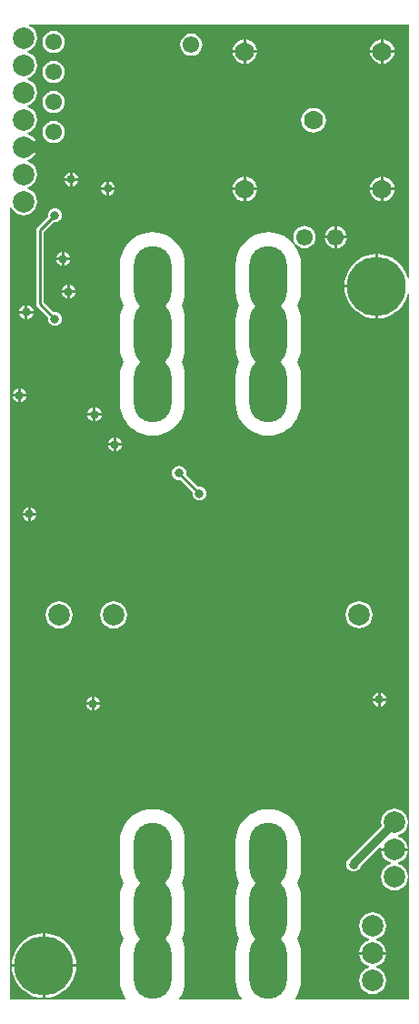
<source format=gbl>
G04*
G04 #@! TF.GenerationSoftware,Altium Limited,Altium Designer,19.1.9 (167)*
G04*
G04 Layer_Physical_Order=2*
G04 Layer_Color=16711680*
%FSLAX25Y25*%
%MOIN*%
G70*
G01*
G75*
%ADD53C,0.00900*%
%ADD54C,0.03000*%
%ADD56C,0.07874*%
%ADD57C,0.06102*%
%ADD58O,0.13780X0.23622*%
%ADD59C,0.21654*%
%ADD60C,0.07000*%
%ADD61C,0.03150*%
%ADD62C,0.03937*%
G36*
X246500Y371820D02*
X246000Y371761D01*
X245783Y372666D01*
X245070Y374386D01*
X244098Y375973D01*
X242889Y377389D01*
X241473Y378598D01*
X239886Y379570D01*
X238166Y380283D01*
X236356Y380717D01*
X235000Y380824D01*
Y369000D01*
Y357176D01*
X236356Y357283D01*
X238166Y357717D01*
X239886Y358430D01*
X241473Y359402D01*
X242889Y360611D01*
X244098Y362027D01*
X245070Y363614D01*
X245783Y365334D01*
X246000Y366239D01*
X246500Y366180D01*
Y107500D01*
X204936D01*
X204656Y108000D01*
X205386Y109192D01*
X206103Y110921D01*
X206540Y112741D01*
X206686Y114606D01*
Y124449D01*
X206540Y126314D01*
X206103Y128134D01*
X205428Y129764D01*
X206103Y131393D01*
X206540Y133213D01*
X206686Y135079D01*
Y144921D01*
X206540Y146787D01*
X206103Y148607D01*
X205420Y150256D01*
X206103Y151905D01*
X206540Y153725D01*
X206686Y155591D01*
Y165433D01*
X206540Y167299D01*
X206103Y169119D01*
X205386Y170848D01*
X204409Y172443D01*
X203193Y173866D01*
X201770Y175082D01*
X200174Y176060D01*
X198445Y176776D01*
X196626Y177213D01*
X194760Y177360D01*
X192894Y177213D01*
X191074Y176776D01*
X189345Y176060D01*
X187750Y175082D01*
X186327Y173866D01*
X185111Y172443D01*
X184133Y170848D01*
X183417Y169119D01*
X182980Y167299D01*
X182833Y165433D01*
Y155591D01*
X182980Y153725D01*
X183417Y151905D01*
X184100Y150256D01*
X183417Y148607D01*
X182980Y146787D01*
X182833Y144921D01*
Y135079D01*
X182980Y133213D01*
X183417Y131393D01*
X184092Y129764D01*
X183417Y128134D01*
X182980Y126314D01*
X182833Y124449D01*
Y114606D01*
X182980Y112741D01*
X183417Y110921D01*
X184133Y109192D01*
X184863Y108000D01*
X184583Y107500D01*
X162417D01*
X162136Y108000D01*
X162867Y109192D01*
X163583Y110921D01*
X164020Y112741D01*
X164167Y114606D01*
Y124449D01*
X164020Y126314D01*
X163583Y128134D01*
X162908Y129764D01*
X163583Y131393D01*
X164020Y133213D01*
X164167Y135079D01*
Y144921D01*
X164020Y146787D01*
X163583Y148607D01*
X162900Y150256D01*
X163583Y151905D01*
X164020Y153725D01*
X164167Y155591D01*
Y165433D01*
X164020Y167299D01*
X163583Y169119D01*
X162867Y170848D01*
X161889Y172443D01*
X160673Y173866D01*
X159250Y175082D01*
X157655Y176060D01*
X155926Y176776D01*
X154106Y177213D01*
X152240Y177360D01*
X150374Y177213D01*
X148555Y176776D01*
X146826Y176060D01*
X145230Y175082D01*
X143807Y173866D01*
X142591Y172443D01*
X141613Y170848D01*
X140897Y169119D01*
X140461Y167299D01*
X140314Y165433D01*
Y155591D01*
X140461Y153725D01*
X140897Y151905D01*
X141580Y150256D01*
X140897Y148607D01*
X140461Y146787D01*
X140314Y144921D01*
Y135079D01*
X140461Y133213D01*
X140897Y131393D01*
X141572Y129764D01*
X140897Y128134D01*
X140461Y126314D01*
X140314Y124449D01*
Y114606D01*
X140461Y112741D01*
X140897Y110921D01*
X141613Y109192D01*
X142344Y108000D01*
X142064Y107500D01*
X100000D01*
Y397864D01*
X100500Y397963D01*
X100688Y397510D01*
X101479Y396479D01*
X102510Y395688D01*
X103711Y395190D01*
X105000Y395020D01*
X106289Y395190D01*
X107490Y395688D01*
X108521Y396479D01*
X109312Y397510D01*
X109810Y398711D01*
X109980Y400000D01*
X109810Y401289D01*
X109312Y402490D01*
X108521Y403521D01*
X107490Y404313D01*
X106483Y404729D01*
Y405271D01*
X107490Y405688D01*
X108521Y406479D01*
X109312Y407510D01*
X109810Y408711D01*
X109980Y410000D01*
X109810Y411289D01*
X109312Y412490D01*
X108521Y413521D01*
X107490Y414313D01*
X106483Y414729D01*
Y415271D01*
X107490Y415688D01*
X108521Y416479D01*
X109312Y417510D01*
X109493Y417945D01*
X109248Y417906D01*
X108938Y417835D01*
X108656Y417748D01*
X108402Y417646D01*
X108177Y417528D01*
X107980Y417394D01*
X107812Y417244D01*
Y419500D01*
X105000D01*
Y420500D01*
X107812D01*
Y422756D01*
X107980Y422606D01*
X108177Y422472D01*
X108402Y422354D01*
X108656Y422252D01*
X108938Y422165D01*
X109248Y422094D01*
X109493Y422055D01*
X109312Y422490D01*
X108521Y423521D01*
X107490Y424312D01*
X106483Y424729D01*
Y425271D01*
X107490Y425688D01*
X108521Y426479D01*
X109312Y427510D01*
X109810Y428711D01*
X109980Y430000D01*
X109810Y431289D01*
X109312Y432490D01*
X108521Y433521D01*
X107490Y434312D01*
X106483Y434729D01*
Y435271D01*
X107490Y435687D01*
X108521Y436479D01*
X109312Y437510D01*
X109810Y438711D01*
X109980Y440000D01*
X109810Y441289D01*
X109312Y442490D01*
X108521Y443521D01*
X107490Y444312D01*
X106483Y444729D01*
Y445271D01*
X107490Y445687D01*
X108521Y446479D01*
X109312Y447510D01*
X109810Y448711D01*
X109980Y450000D01*
X109810Y451289D01*
X109312Y452490D01*
X108521Y453521D01*
X107490Y454313D01*
X106483Y454729D01*
Y455271D01*
X107490Y455688D01*
X108521Y456479D01*
X109312Y457510D01*
X109810Y458711D01*
X109980Y460000D01*
X109810Y461289D01*
X109312Y462490D01*
X108521Y463521D01*
X107490Y464313D01*
X107037Y464500D01*
X107136Y465000D01*
X246500D01*
Y371820D01*
D02*
G37*
%LPC*%
G36*
X237000Y459473D02*
Y455500D01*
X240973D01*
X240884Y456175D01*
X240431Y457269D01*
X239709Y458209D01*
X238769Y458931D01*
X237675Y459384D01*
X237000Y459473D01*
D02*
G37*
G36*
X186600D02*
Y455500D01*
X190573D01*
X190484Y456175D01*
X190031Y457269D01*
X189309Y458209D01*
X188369Y458931D01*
X187275Y459384D01*
X186600Y459473D01*
D02*
G37*
G36*
X236000D02*
X235325Y459384D01*
X234231Y458931D01*
X233291Y458209D01*
X232569Y457269D01*
X232116Y456175D01*
X232027Y455500D01*
X236000D01*
Y459473D01*
D02*
G37*
G36*
X185600D02*
X184925Y459384D01*
X183831Y458931D01*
X182891Y458209D01*
X182169Y457269D01*
X181716Y456175D01*
X181627Y455500D01*
X185600D01*
Y459473D01*
D02*
G37*
G36*
X116000Y462586D02*
X114942Y462447D01*
X113957Y462039D01*
X113111Y461389D01*
X112461Y460543D01*
X112053Y459558D01*
X111914Y458500D01*
X112053Y457442D01*
X112461Y456457D01*
X113111Y455611D01*
X113957Y454961D01*
X114942Y454553D01*
X116000Y454414D01*
X117058Y454553D01*
X118043Y454961D01*
X118889Y455611D01*
X119539Y456457D01*
X119947Y457442D01*
X120086Y458500D01*
X119947Y459558D01*
X119539Y460543D01*
X118889Y461389D01*
X118043Y462039D01*
X117058Y462447D01*
X116000Y462586D01*
D02*
G37*
G36*
X166500Y461586D02*
X165442Y461447D01*
X164457Y461039D01*
X163611Y460389D01*
X162961Y459543D01*
X162553Y458558D01*
X162414Y457500D01*
X162553Y456442D01*
X162961Y455457D01*
X163611Y454611D01*
X164457Y453961D01*
X165442Y453553D01*
X166500Y453414D01*
X167558Y453553D01*
X168543Y453961D01*
X169389Y454611D01*
X170039Y455457D01*
X170447Y456442D01*
X170586Y457500D01*
X170447Y458558D01*
X170039Y459543D01*
X169389Y460389D01*
X168543Y461039D01*
X167558Y461447D01*
X166500Y461586D01*
D02*
G37*
G36*
X240973Y454500D02*
X237000D01*
Y450527D01*
X237675Y450616D01*
X238769Y451069D01*
X239709Y451791D01*
X240431Y452731D01*
X240884Y453825D01*
X240973Y454500D01*
D02*
G37*
G36*
X190573D02*
X186600D01*
Y450527D01*
X187275Y450616D01*
X188369Y451069D01*
X189309Y451791D01*
X190031Y452731D01*
X190484Y453825D01*
X190573Y454500D01*
D02*
G37*
G36*
X236000D02*
X232027D01*
X232116Y453825D01*
X232569Y452731D01*
X233291Y451791D01*
X234231Y451069D01*
X235325Y450616D01*
X236000Y450527D01*
Y454500D01*
D02*
G37*
G36*
X185600D02*
X181627D01*
X181716Y453825D01*
X182169Y452731D01*
X182891Y451791D01*
X183831Y451069D01*
X184925Y450616D01*
X185600Y450527D01*
Y454500D01*
D02*
G37*
G36*
X116000Y451586D02*
X114942Y451447D01*
X113957Y451039D01*
X113111Y450389D01*
X112461Y449543D01*
X112053Y448558D01*
X111914Y447500D01*
X112053Y446442D01*
X112461Y445457D01*
X113111Y444611D01*
X113957Y443961D01*
X114942Y443553D01*
X116000Y443414D01*
X117058Y443553D01*
X118043Y443961D01*
X118889Y444611D01*
X119539Y445457D01*
X119947Y446442D01*
X120086Y447500D01*
X119947Y448558D01*
X119539Y449543D01*
X118889Y450389D01*
X118043Y451039D01*
X117058Y451447D01*
X116000Y451586D01*
D02*
G37*
G36*
Y440586D02*
X114942Y440447D01*
X113957Y440039D01*
X113111Y439389D01*
X112461Y438543D01*
X112053Y437558D01*
X111914Y436500D01*
X112053Y435442D01*
X112461Y434457D01*
X113111Y433611D01*
X113957Y432961D01*
X114942Y432553D01*
X116000Y432414D01*
X117058Y432553D01*
X118043Y432961D01*
X118889Y433611D01*
X119539Y434457D01*
X119947Y435442D01*
X120086Y436500D01*
X119947Y437558D01*
X119539Y438543D01*
X118889Y439389D01*
X118043Y440039D01*
X117058Y440447D01*
X116000Y440586D01*
D02*
G37*
G36*
X211300Y434339D02*
X210125Y434184D01*
X209031Y433731D01*
X208091Y433009D01*
X207369Y432069D01*
X206916Y430975D01*
X206761Y429800D01*
X206916Y428625D01*
X207369Y427531D01*
X208091Y426591D01*
X209031Y425869D01*
X210125Y425416D01*
X211300Y425261D01*
X212475Y425416D01*
X213569Y425869D01*
X214509Y426591D01*
X215231Y427531D01*
X215684Y428625D01*
X215839Y429800D01*
X215684Y430975D01*
X215231Y432069D01*
X214509Y433009D01*
X213569Y433731D01*
X212475Y434184D01*
X211300Y434339D01*
D02*
G37*
G36*
X116000Y429586D02*
X114942Y429447D01*
X113957Y429039D01*
X113111Y428389D01*
X112461Y427543D01*
X112053Y426558D01*
X111914Y425500D01*
X112053Y424442D01*
X112461Y423457D01*
X113111Y422611D01*
X113957Y421961D01*
X114942Y421553D01*
X116000Y421414D01*
X117058Y421553D01*
X118043Y421961D01*
X118889Y422611D01*
X119539Y423457D01*
X119947Y424442D01*
X120086Y425500D01*
X119947Y426558D01*
X119539Y427543D01*
X118889Y428389D01*
X118043Y429039D01*
X117058Y429447D01*
X116000Y429586D01*
D02*
G37*
G36*
X123000Y410703D02*
Y408671D01*
X125031D01*
X125008Y408843D01*
X124749Y409470D01*
X124336Y410008D01*
X123799Y410420D01*
X123172Y410680D01*
X123000Y410703D01*
D02*
G37*
G36*
X122000D02*
X121828Y410680D01*
X121202Y410420D01*
X120664Y410008D01*
X120251Y409470D01*
X119992Y408843D01*
X119969Y408671D01*
X122000D01*
Y410703D01*
D02*
G37*
G36*
X125031Y407671D02*
X123000D01*
Y405640D01*
X123172Y405663D01*
X123799Y405922D01*
X124336Y406335D01*
X124749Y406873D01*
X125008Y407499D01*
X125031Y407671D01*
D02*
G37*
G36*
X122000D02*
X119969D01*
X119992Y407499D01*
X120251Y406873D01*
X120664Y406335D01*
X121202Y405922D01*
X121828Y405663D01*
X122000Y405640D01*
Y407671D01*
D02*
G37*
G36*
X136374Y407405D02*
Y405374D01*
X138405D01*
X138382Y405546D01*
X138123Y406173D01*
X137710Y406710D01*
X137172Y407123D01*
X136546Y407382D01*
X136374Y407405D01*
D02*
G37*
G36*
X135374D02*
X135202Y407382D01*
X134575Y407123D01*
X134038Y406710D01*
X133625Y406173D01*
X133365Y405546D01*
X133343Y405374D01*
X135374D01*
Y407405D01*
D02*
G37*
G36*
X237000Y409073D02*
Y405100D01*
X240973D01*
X240884Y405775D01*
X240431Y406869D01*
X239709Y407809D01*
X238769Y408531D01*
X237675Y408984D01*
X237000Y409073D01*
D02*
G37*
G36*
X186600D02*
Y405100D01*
X190573D01*
X190484Y405775D01*
X190031Y406869D01*
X189309Y407809D01*
X188369Y408531D01*
X187275Y408984D01*
X186600Y409073D01*
D02*
G37*
G36*
X236000D02*
X235325Y408984D01*
X234231Y408531D01*
X233291Y407809D01*
X232569Y406869D01*
X232116Y405775D01*
X232027Y405100D01*
X236000D01*
Y409073D01*
D02*
G37*
G36*
X185600D02*
X184925Y408984D01*
X183831Y408531D01*
X182891Y407809D01*
X182169Y406869D01*
X181716Y405775D01*
X181627Y405100D01*
X185600D01*
Y409073D01*
D02*
G37*
G36*
X138405Y404374D02*
X136374D01*
Y402343D01*
X136546Y402365D01*
X137172Y402625D01*
X137710Y403038D01*
X138123Y403576D01*
X138382Y404202D01*
X138405Y404374D01*
D02*
G37*
G36*
X135374D02*
X133343D01*
X133365Y404202D01*
X133625Y403576D01*
X134038Y403038D01*
X134575Y402625D01*
X135202Y402365D01*
X135374Y402343D01*
Y404374D01*
D02*
G37*
G36*
X240973Y404100D02*
X237000D01*
Y400127D01*
X237675Y400216D01*
X238769Y400669D01*
X239709Y401391D01*
X240431Y402331D01*
X240884Y403425D01*
X240973Y404100D01*
D02*
G37*
G36*
X190573D02*
X186600D01*
Y400127D01*
X187275Y400216D01*
X188369Y400669D01*
X189309Y401391D01*
X190031Y402331D01*
X190484Y403425D01*
X190573Y404100D01*
D02*
G37*
G36*
X236000D02*
X232027D01*
X232116Y403425D01*
X232569Y402331D01*
X233291Y401391D01*
X234231Y400669D01*
X235325Y400216D01*
X236000Y400127D01*
Y404100D01*
D02*
G37*
G36*
X185600D02*
X181627D01*
X181716Y403425D01*
X182169Y402331D01*
X182891Y401391D01*
X183831Y400669D01*
X184925Y400216D01*
X185600Y400127D01*
Y404100D01*
D02*
G37*
G36*
X116500Y397597D02*
X115828Y397509D01*
X115201Y397249D01*
X114664Y396836D01*
X114251Y396299D01*
X113991Y395672D01*
X113903Y395000D01*
X113962Y394553D01*
X109955Y390545D01*
X109634Y390066D01*
X109522Y389500D01*
Y362500D01*
X109634Y361934D01*
X109955Y361455D01*
X113962Y357447D01*
X113903Y357000D01*
X113991Y356328D01*
X114251Y355701D01*
X114664Y355164D01*
X115201Y354751D01*
X115828Y354491D01*
X116500Y354403D01*
X117172Y354491D01*
X117798Y354751D01*
X118336Y355164D01*
X118749Y355701D01*
X119009Y356328D01*
X119097Y357000D01*
X119009Y357672D01*
X118749Y358298D01*
X118336Y358836D01*
X117798Y359249D01*
X117172Y359508D01*
X116500Y359597D01*
X116053Y359538D01*
X112478Y363112D01*
Y388888D01*
X116053Y392462D01*
X116500Y392403D01*
X117172Y392492D01*
X117798Y392751D01*
X118336Y393164D01*
X118749Y393702D01*
X119009Y394328D01*
X119097Y395000D01*
X119009Y395672D01*
X118749Y396299D01*
X118336Y396836D01*
X117798Y397249D01*
X117172Y397509D01*
X116500Y397597D01*
D02*
G37*
G36*
X220000Y391020D02*
Y387500D01*
X223520D01*
X223447Y388058D01*
X223039Y389043D01*
X222389Y389889D01*
X221543Y390539D01*
X220558Y390947D01*
X220000Y391020D01*
D02*
G37*
G36*
X219000D02*
X218442Y390947D01*
X217457Y390539D01*
X216611Y389889D01*
X215961Y389043D01*
X215553Y388058D01*
X215480Y387500D01*
X219000D01*
Y391020D01*
D02*
G37*
G36*
X223520Y386500D02*
X220000D01*
Y382980D01*
X220558Y383053D01*
X221543Y383461D01*
X222389Y384111D01*
X223039Y384957D01*
X223447Y385942D01*
X223520Y386500D01*
D02*
G37*
G36*
X219000D02*
X215480D01*
X215553Y385942D01*
X215961Y384957D01*
X216611Y384111D01*
X217457Y383461D01*
X218442Y383053D01*
X219000Y382980D01*
Y386500D01*
D02*
G37*
G36*
X208000Y391086D02*
X206942Y390947D01*
X205957Y390539D01*
X205111Y389889D01*
X204461Y389043D01*
X204053Y388058D01*
X203914Y387000D01*
X204053Y385942D01*
X204461Y384957D01*
X205111Y384111D01*
X205957Y383461D01*
X206942Y383053D01*
X208000Y382914D01*
X209058Y383053D01*
X210043Y383461D01*
X210889Y384111D01*
X211539Y384957D01*
X211947Y385942D01*
X212086Y387000D01*
X211947Y388058D01*
X211539Y389043D01*
X210889Y389889D01*
X210043Y390539D01*
X209058Y390947D01*
X208000Y391086D01*
D02*
G37*
G36*
X120000Y381531D02*
Y379500D01*
X122031D01*
X122009Y379672D01*
X121749Y380298D01*
X121336Y380836D01*
X120799Y381249D01*
X120172Y381508D01*
X120000Y381531D01*
D02*
G37*
G36*
X119000D02*
X118828Y381508D01*
X118201Y381249D01*
X117664Y380836D01*
X117251Y380298D01*
X116991Y379672D01*
X116969Y379500D01*
X119000D01*
Y381531D01*
D02*
G37*
G36*
X122031Y378500D02*
X120000D01*
Y376469D01*
X120172Y376491D01*
X120799Y376751D01*
X121336Y377164D01*
X121749Y377701D01*
X122009Y378328D01*
X122031Y378500D01*
D02*
G37*
G36*
X119000D02*
X116969D01*
X116991Y378328D01*
X117251Y377701D01*
X117664Y377164D01*
X118201Y376751D01*
X118828Y376491D01*
X119000Y376469D01*
Y378500D01*
D02*
G37*
G36*
X234000Y380824D02*
X232644Y380717D01*
X230834Y380283D01*
X229114Y379570D01*
X227527Y378598D01*
X226111Y377389D01*
X224902Y375973D01*
X223930Y374386D01*
X223217Y372666D01*
X222783Y370856D01*
X222676Y369500D01*
X234000D01*
Y380824D01*
D02*
G37*
G36*
X122000Y369531D02*
Y367500D01*
X124031D01*
X124009Y367672D01*
X123749Y368299D01*
X123336Y368836D01*
X122799Y369249D01*
X122172Y369509D01*
X122000Y369531D01*
D02*
G37*
G36*
X121000D02*
X120828Y369509D01*
X120202Y369249D01*
X119664Y368836D01*
X119251Y368299D01*
X118991Y367672D01*
X118969Y367500D01*
X121000D01*
Y369531D01*
D02*
G37*
G36*
X124031Y366500D02*
X122000D01*
Y364469D01*
X122172Y364492D01*
X122799Y364751D01*
X123336Y365164D01*
X123749Y365702D01*
X124009Y366328D01*
X124031Y366500D01*
D02*
G37*
G36*
X121000D02*
X118969D01*
X118991Y366328D01*
X119251Y365702D01*
X119664Y365164D01*
X120202Y364751D01*
X120828Y364492D01*
X121000Y364469D01*
Y366500D01*
D02*
G37*
G36*
X106500Y362031D02*
Y360000D01*
X108531D01*
X108509Y360172D01*
X108249Y360799D01*
X107836Y361336D01*
X107299Y361749D01*
X106672Y362009D01*
X106500Y362031D01*
D02*
G37*
G36*
X105500D02*
X105328Y362009D01*
X104701Y361749D01*
X104164Y361336D01*
X103751Y360799D01*
X103491Y360172D01*
X103469Y360000D01*
X105500D01*
Y362031D01*
D02*
G37*
G36*
X234000Y368500D02*
X222676D01*
X222783Y367144D01*
X223217Y365334D01*
X223930Y363614D01*
X224902Y362027D01*
X226111Y360611D01*
X227527Y359402D01*
X229114Y358430D01*
X230834Y357717D01*
X232644Y357283D01*
X234000Y357176D01*
Y368500D01*
D02*
G37*
G36*
X108531Y359000D02*
X106500D01*
Y356969D01*
X106672Y356992D01*
X107299Y357251D01*
X107836Y357664D01*
X108249Y358202D01*
X108509Y358828D01*
X108531Y359000D01*
D02*
G37*
G36*
X105500D02*
X103469D01*
X103491Y358828D01*
X103751Y358202D01*
X104164Y357664D01*
X104701Y357251D01*
X105328Y356992D01*
X105500Y356969D01*
Y359000D01*
D02*
G37*
G36*
X104000Y331531D02*
Y329500D01*
X106031D01*
X106009Y329672D01*
X105749Y330298D01*
X105336Y330836D01*
X104798Y331249D01*
X104172Y331508D01*
X104000Y331531D01*
D02*
G37*
G36*
X103000D02*
X102828Y331508D01*
X102201Y331249D01*
X101664Y330836D01*
X101251Y330298D01*
X100991Y329672D01*
X100969Y329500D01*
X103000D01*
Y331531D01*
D02*
G37*
G36*
X106031Y328500D02*
X104000D01*
Y326469D01*
X104172Y326491D01*
X104798Y326751D01*
X105336Y327164D01*
X105749Y327701D01*
X106009Y328328D01*
X106031Y328500D01*
D02*
G37*
G36*
X103000D02*
X100969D01*
X100991Y328328D01*
X101251Y327701D01*
X101664Y327164D01*
X102201Y326751D01*
X102828Y326491D01*
X103000Y326469D01*
Y328500D01*
D02*
G37*
G36*
X131500Y324531D02*
Y322500D01*
X133531D01*
X133509Y322672D01*
X133249Y323299D01*
X132836Y323836D01*
X132299Y324249D01*
X131672Y324509D01*
X131500Y324531D01*
D02*
G37*
G36*
X130500D02*
X130328Y324509D01*
X129701Y324249D01*
X129164Y323836D01*
X128751Y323299D01*
X128491Y322672D01*
X128469Y322500D01*
X130500D01*
Y324531D01*
D02*
G37*
G36*
X133531Y321500D02*
X131500D01*
Y319469D01*
X131672Y319492D01*
X132299Y319751D01*
X132836Y320164D01*
X133249Y320702D01*
X133509Y321328D01*
X133531Y321500D01*
D02*
G37*
G36*
X130500D02*
X128469D01*
X128491Y321328D01*
X128751Y320702D01*
X129164Y320164D01*
X129701Y319751D01*
X130328Y319492D01*
X130500Y319469D01*
Y321500D01*
D02*
G37*
G36*
X194760Y388860D02*
X192894Y388713D01*
X191074Y388276D01*
X189345Y387560D01*
X187750Y386582D01*
X186327Y385366D01*
X185111Y383943D01*
X184133Y382348D01*
X183417Y380619D01*
X182980Y378799D01*
X182833Y376933D01*
Y367091D01*
X182980Y365225D01*
X183417Y363405D01*
X184100Y361756D01*
X183417Y360107D01*
X182980Y358287D01*
X182833Y356421D01*
Y346579D01*
X182980Y344713D01*
X183417Y342893D01*
X184092Y341264D01*
X183417Y339634D01*
X182980Y337814D01*
X182833Y335949D01*
Y326106D01*
X182980Y324241D01*
X183417Y322421D01*
X184133Y320692D01*
X185111Y319096D01*
X186327Y317673D01*
X187750Y316458D01*
X189345Y315480D01*
X191074Y314763D01*
X192894Y314327D01*
X194760Y314180D01*
X196626Y314327D01*
X198445Y314763D01*
X200174Y315480D01*
X201770Y316458D01*
X203193Y317673D01*
X204409Y319096D01*
X205386Y320692D01*
X206103Y322421D01*
X206540Y324241D01*
X206686Y326106D01*
Y335949D01*
X206540Y337814D01*
X206103Y339634D01*
X205428Y341264D01*
X206103Y342893D01*
X206540Y344713D01*
X206686Y346579D01*
Y356421D01*
X206540Y358287D01*
X206103Y360107D01*
X205420Y361756D01*
X206103Y363405D01*
X206540Y365225D01*
X206686Y367091D01*
Y376933D01*
X206540Y378799D01*
X206103Y380619D01*
X205386Y382348D01*
X204409Y383943D01*
X203193Y385366D01*
X201770Y386582D01*
X200174Y387560D01*
X198445Y388276D01*
X196626Y388713D01*
X194760Y388860D01*
D02*
G37*
G36*
X152240D02*
X150374Y388713D01*
X148555Y388276D01*
X146826Y387560D01*
X145230Y386582D01*
X143807Y385366D01*
X142591Y383943D01*
X141613Y382348D01*
X140897Y380619D01*
X140461Y378799D01*
X140314Y376933D01*
Y367091D01*
X140461Y365225D01*
X140897Y363405D01*
X141580Y361756D01*
X140897Y360107D01*
X140461Y358287D01*
X140314Y356421D01*
Y346579D01*
X140461Y344713D01*
X140897Y342893D01*
X141572Y341264D01*
X140897Y339634D01*
X140461Y337814D01*
X140314Y335949D01*
Y326106D01*
X140461Y324241D01*
X140897Y322421D01*
X141613Y320692D01*
X142591Y319096D01*
X143807Y317673D01*
X145230Y316458D01*
X146826Y315480D01*
X148555Y314763D01*
X150374Y314327D01*
X152240Y314180D01*
X154106Y314327D01*
X155926Y314763D01*
X157655Y315480D01*
X159250Y316458D01*
X160673Y317673D01*
X161889Y319096D01*
X162867Y320692D01*
X163583Y322421D01*
X164020Y324241D01*
X164167Y326106D01*
Y335949D01*
X164020Y337814D01*
X163583Y339634D01*
X162908Y341264D01*
X163583Y342893D01*
X164020Y344713D01*
X164167Y346579D01*
Y356421D01*
X164020Y358287D01*
X163583Y360107D01*
X162900Y361756D01*
X163583Y363405D01*
X164020Y365225D01*
X164167Y367091D01*
Y376933D01*
X164020Y378799D01*
X163583Y380619D01*
X162867Y382348D01*
X161889Y383943D01*
X160673Y385366D01*
X159250Y386582D01*
X157655Y387560D01*
X155926Y388276D01*
X154106Y388713D01*
X152240Y388860D01*
D02*
G37*
G36*
X139000Y313531D02*
Y311500D01*
X141031D01*
X141008Y311672D01*
X140749Y312298D01*
X140336Y312836D01*
X139798Y313249D01*
X139172Y313509D01*
X139000Y313531D01*
D02*
G37*
G36*
X138000D02*
X137828Y313509D01*
X137201Y313249D01*
X136664Y312836D01*
X136251Y312298D01*
X135992Y311672D01*
X135969Y311500D01*
X138000D01*
Y313531D01*
D02*
G37*
G36*
X141031Y310500D02*
X139000D01*
Y308469D01*
X139172Y308491D01*
X139798Y308751D01*
X140336Y309164D01*
X140749Y309701D01*
X141008Y310328D01*
X141031Y310500D01*
D02*
G37*
G36*
X138000D02*
X135969D01*
X135992Y310328D01*
X136251Y309701D01*
X136664Y309164D01*
X137201Y308751D01*
X137828Y308491D01*
X138000Y308469D01*
Y310500D01*
D02*
G37*
G36*
X162000Y303097D02*
X161328Y303009D01*
X160702Y302749D01*
X160164Y302336D01*
X159751Y301799D01*
X159492Y301172D01*
X159403Y300500D01*
X159492Y299828D01*
X159751Y299201D01*
X160164Y298664D01*
X160702Y298251D01*
X161328Y297991D01*
X162000Y297903D01*
X162447Y297962D01*
X166962Y293447D01*
X166903Y293000D01*
X166991Y292328D01*
X167251Y291702D01*
X167664Y291164D01*
X168201Y290751D01*
X168828Y290492D01*
X169500Y290403D01*
X170172Y290492D01*
X170799Y290751D01*
X171336Y291164D01*
X171749Y291702D01*
X172009Y292328D01*
X172097Y293000D01*
X172009Y293672D01*
X171749Y294299D01*
X171336Y294836D01*
X170799Y295249D01*
X170172Y295509D01*
X169500Y295597D01*
X169053Y295538D01*
X164538Y300053D01*
X164597Y300500D01*
X164508Y301172D01*
X164249Y301799D01*
X163836Y302336D01*
X163298Y302749D01*
X162672Y303009D01*
X162000Y303097D01*
D02*
G37*
G36*
X107595Y287937D02*
Y285906D01*
X109626D01*
X109603Y286078D01*
X109344Y286704D01*
X108931Y287242D01*
X108393Y287655D01*
X107767Y287914D01*
X107595Y287937D01*
D02*
G37*
G36*
X106595D02*
X106422Y287914D01*
X105796Y287655D01*
X105258Y287242D01*
X104845Y286704D01*
X104586Y286078D01*
X104563Y285906D01*
X106595D01*
Y287937D01*
D02*
G37*
G36*
X109626Y284906D02*
X107595D01*
Y282874D01*
X107767Y282897D01*
X108393Y283156D01*
X108931Y283569D01*
X109344Y284107D01*
X109603Y284733D01*
X109626Y284906D01*
D02*
G37*
G36*
X106595D02*
X104563D01*
X104586Y284733D01*
X104845Y284107D01*
X105258Y283569D01*
X105796Y283156D01*
X106422Y282897D01*
X106595Y282874D01*
Y284906D01*
D02*
G37*
G36*
X228000Y253519D02*
X226711Y253349D01*
X225510Y252852D01*
X224479Y252061D01*
X223688Y251029D01*
X223190Y249828D01*
X223020Y248539D01*
X223190Y247251D01*
X223688Y246050D01*
X224479Y245018D01*
X225510Y244227D01*
X226711Y243729D01*
X228000Y243560D01*
X229289Y243729D01*
X230490Y244227D01*
X231521Y245018D01*
X232312Y246050D01*
X232810Y247251D01*
X232980Y248539D01*
X232810Y249828D01*
X232312Y251029D01*
X231521Y252061D01*
X230490Y252852D01*
X229289Y253349D01*
X228000Y253519D01*
D02*
G37*
G36*
X138000Y253480D02*
X136711Y253310D01*
X135510Y252813D01*
X134479Y252021D01*
X133687Y250990D01*
X133190Y249789D01*
X133020Y248500D01*
X133190Y247211D01*
X133687Y246010D01*
X134479Y244979D01*
X135510Y244187D01*
X136711Y243690D01*
X138000Y243520D01*
X139289Y243690D01*
X140490Y244187D01*
X141521Y244979D01*
X142313Y246010D01*
X142810Y247211D01*
X142980Y248500D01*
X142810Y249789D01*
X142313Y250990D01*
X141521Y252021D01*
X140490Y252813D01*
X139289Y253310D01*
X138000Y253480D01*
D02*
G37*
G36*
X118000D02*
X116711Y253310D01*
X115510Y252813D01*
X114479Y252021D01*
X113688Y250990D01*
X113190Y249789D01*
X113020Y248500D01*
X113190Y247211D01*
X113688Y246010D01*
X114479Y244979D01*
X115510Y244187D01*
X116711Y243690D01*
X118000Y243520D01*
X119289Y243690D01*
X120490Y244187D01*
X121521Y244979D01*
X122312Y246010D01*
X122810Y247211D01*
X122980Y248500D01*
X122810Y249789D01*
X122312Y250990D01*
X121521Y252021D01*
X120490Y252813D01*
X119289Y253310D01*
X118000Y253480D01*
D02*
G37*
G36*
X236000Y220031D02*
Y218000D01*
X238031D01*
X238008Y218172D01*
X237749Y218798D01*
X237336Y219336D01*
X236799Y219749D01*
X236172Y220008D01*
X236000Y220031D01*
D02*
G37*
G36*
X235000D02*
X234828Y220008D01*
X234202Y219749D01*
X233664Y219336D01*
X233251Y218798D01*
X232992Y218172D01*
X232969Y218000D01*
X235000D01*
Y220031D01*
D02*
G37*
G36*
X131000Y218531D02*
Y216500D01*
X133031D01*
X133009Y216672D01*
X132749Y217299D01*
X132336Y217836D01*
X131799Y218249D01*
X131172Y218509D01*
X131000Y218531D01*
D02*
G37*
G36*
X130000D02*
X129828Y218509D01*
X129201Y218249D01*
X128664Y217836D01*
X128251Y217299D01*
X127991Y216672D01*
X127969Y216500D01*
X130000D01*
Y218531D01*
D02*
G37*
G36*
X238031Y217000D02*
X236000D01*
Y214969D01*
X236172Y214991D01*
X236799Y215251D01*
X237336Y215664D01*
X237749Y216201D01*
X238008Y216828D01*
X238031Y217000D01*
D02*
G37*
G36*
X235000D02*
X232969D01*
X232992Y216828D01*
X233251Y216201D01*
X233664Y215664D01*
X234202Y215251D01*
X234828Y214991D01*
X235000Y214969D01*
Y217000D01*
D02*
G37*
G36*
X133031Y215500D02*
X131000D01*
Y213469D01*
X131172Y213492D01*
X131799Y213751D01*
X132336Y214164D01*
X132749Y214702D01*
X133009Y215328D01*
X133031Y215500D01*
D02*
G37*
G36*
X130000D02*
X127969D01*
X127991Y215328D01*
X128251Y214702D01*
X128664Y214164D01*
X129201Y213751D01*
X129828Y213492D01*
X130000Y213469D01*
Y215500D01*
D02*
G37*
G36*
X241000Y177480D02*
X239711Y177310D01*
X238510Y176813D01*
X237479Y176021D01*
X236687Y174990D01*
X236190Y173789D01*
X236020Y172500D01*
X236180Y171285D01*
X224198Y159302D01*
X223645Y158475D01*
X223451Y157500D01*
Y157365D01*
X223403Y157000D01*
X223492Y156328D01*
X223751Y155701D01*
X224164Y155164D01*
X224701Y154751D01*
X225328Y154491D01*
X226000Y154403D01*
X226672Y154491D01*
X227298Y154751D01*
X227836Y155164D01*
X228249Y155701D01*
X228508Y156328D01*
X228520Y156415D01*
X235654Y163549D01*
X236128Y163316D01*
X236086Y163000D01*
X241000D01*
X245914D01*
X245810Y163789D01*
X245312Y164990D01*
X244521Y166021D01*
X243490Y166813D01*
X242483Y167229D01*
Y167771D01*
X243490Y168187D01*
X244521Y168979D01*
X245312Y170010D01*
X245810Y171211D01*
X245980Y172500D01*
X245810Y173789D01*
X245312Y174990D01*
X244521Y176021D01*
X243490Y176813D01*
X242289Y177310D01*
X241000Y177480D01*
D02*
G37*
G36*
X245914Y162000D02*
X241000D01*
X236086D01*
X236190Y161211D01*
X236687Y160010D01*
X237479Y158979D01*
X238510Y158187D01*
X239517Y157771D01*
Y157229D01*
X238510Y156813D01*
X237479Y156021D01*
X236687Y154990D01*
X236190Y153789D01*
X236020Y152500D01*
X236190Y151211D01*
X236687Y150010D01*
X237479Y148979D01*
X238510Y148187D01*
X239711Y147690D01*
X241000Y147520D01*
X242289Y147690D01*
X243490Y148187D01*
X244521Y148979D01*
X245312Y150010D01*
X245810Y151211D01*
X245980Y152500D01*
X245810Y153789D01*
X245312Y154990D01*
X244521Y156021D01*
X243490Y156813D01*
X242483Y157229D01*
Y157771D01*
X243490Y158187D01*
X244521Y158979D01*
X245312Y160010D01*
X245810Y161211D01*
X245914Y162000D01*
D02*
G37*
G36*
X233000Y139480D02*
X231711Y139310D01*
X230510Y138812D01*
X229479Y138021D01*
X228688Y136990D01*
X228190Y135789D01*
X228020Y134500D01*
X228190Y133211D01*
X228688Y132010D01*
X229479Y130979D01*
X230510Y130187D01*
X231517Y129771D01*
Y129229D01*
X230510Y128813D01*
X229479Y128021D01*
X228688Y126990D01*
X228190Y125789D01*
X228086Y125000D01*
X233000D01*
X237914D01*
X237810Y125789D01*
X237313Y126990D01*
X236521Y128021D01*
X235490Y128813D01*
X234483Y129229D01*
Y129771D01*
X235490Y130187D01*
X236521Y130979D01*
X237313Y132010D01*
X237810Y133211D01*
X237980Y134500D01*
X237810Y135789D01*
X237313Y136990D01*
X236521Y138021D01*
X235490Y138812D01*
X234289Y139310D01*
X233000Y139480D01*
D02*
G37*
G36*
X113000Y131824D02*
Y120500D01*
X124324D01*
X124217Y121856D01*
X123783Y123666D01*
X123070Y125386D01*
X122098Y126973D01*
X120889Y128389D01*
X119473Y129598D01*
X117886Y130570D01*
X116166Y131283D01*
X114356Y131717D01*
X113000Y131824D01*
D02*
G37*
G36*
X112000D02*
X110644Y131717D01*
X108834Y131283D01*
X107114Y130570D01*
X105527Y129598D01*
X104111Y128389D01*
X102902Y126973D01*
X101930Y125386D01*
X101217Y123666D01*
X100783Y121856D01*
X100676Y120500D01*
X112000D01*
Y131824D01*
D02*
G37*
G36*
X237914Y124000D02*
X233000D01*
X228086D01*
X228190Y123211D01*
X228688Y122010D01*
X229479Y120979D01*
X230510Y120187D01*
X231517Y119771D01*
Y119229D01*
X230510Y118813D01*
X229479Y118021D01*
X228688Y116990D01*
X228190Y115789D01*
X228020Y114500D01*
X228190Y113211D01*
X228688Y112010D01*
X229479Y110979D01*
X230510Y110187D01*
X231711Y109690D01*
X233000Y109520D01*
X234289Y109690D01*
X235490Y110187D01*
X236521Y110979D01*
X237313Y112010D01*
X237810Y113211D01*
X237980Y114500D01*
X237810Y115789D01*
X237313Y116990D01*
X236521Y118021D01*
X235490Y118813D01*
X234483Y119229D01*
Y119771D01*
X235490Y120187D01*
X236521Y120979D01*
X237313Y122010D01*
X237810Y123211D01*
X237914Y124000D01*
D02*
G37*
G36*
X124324Y119500D02*
X113000D01*
Y108176D01*
X114356Y108283D01*
X116166Y108717D01*
X117886Y109430D01*
X119473Y110402D01*
X120889Y111611D01*
X122098Y113027D01*
X123070Y114614D01*
X123783Y116334D01*
X124217Y118144D01*
X124324Y119500D01*
D02*
G37*
G36*
X112000D02*
X100676D01*
X100783Y118144D01*
X101217Y116334D01*
X101930Y114614D01*
X102902Y113027D01*
X104111Y111611D01*
X105527Y110402D01*
X107114Y109430D01*
X108834Y108717D01*
X110644Y108283D01*
X112000Y108176D01*
Y119500D01*
D02*
G37*
%LPD*%
D53*
X111000Y362500D02*
X116500Y357000D01*
X111000Y362500D02*
Y389500D01*
X116500Y395000D01*
X162000Y300500D02*
X169500Y293000D01*
D54*
X226000Y157000D02*
Y157500D01*
X241000Y172500D01*
D56*
X105000Y450000D02*
D03*
Y430000D02*
D03*
Y440000D02*
D03*
Y420000D02*
D03*
Y410000D02*
D03*
Y400000D02*
D03*
Y460000D02*
D03*
X241000Y172500D02*
D03*
Y162500D02*
D03*
Y152500D02*
D03*
X233000Y134500D02*
D03*
Y124500D02*
D03*
Y114500D02*
D03*
X228000Y248539D02*
D03*
X138000Y248500D02*
D03*
X118000D02*
D03*
D57*
X166500Y457500D02*
D03*
X116000Y436500D02*
D03*
Y447500D02*
D03*
Y458500D02*
D03*
Y425500D02*
D03*
X219500Y387000D02*
D03*
X208000D02*
D03*
D58*
X152240Y331028D02*
D03*
Y351500D02*
D03*
Y372012D02*
D03*
X194760D02*
D03*
Y351500D02*
D03*
Y331028D02*
D03*
X152240Y119528D02*
D03*
Y140000D02*
D03*
Y160512D02*
D03*
X194760D02*
D03*
Y140000D02*
D03*
Y119528D02*
D03*
D59*
X112500Y120000D02*
D03*
X234500Y369000D02*
D03*
D60*
X186100Y455000D02*
D03*
X236500D02*
D03*
Y404600D02*
D03*
X186100D02*
D03*
X211300Y429800D02*
D03*
D61*
X119500Y379000D02*
D03*
X116500Y357000D02*
D03*
X106000Y359500D02*
D03*
X116500Y395000D02*
D03*
X135874Y404874D02*
D03*
X235500Y217500D02*
D03*
X130500Y216000D02*
D03*
X226000Y157000D02*
D03*
X138500Y311000D02*
D03*
X169500Y293000D02*
D03*
X162000Y300500D02*
D03*
X107095Y285405D02*
D03*
X131000Y322000D02*
D03*
X103500Y329000D02*
D03*
X121500Y367000D02*
D03*
X122500Y408171D02*
D03*
D62*
X105000Y420000D02*
X111500D01*
M02*

</source>
